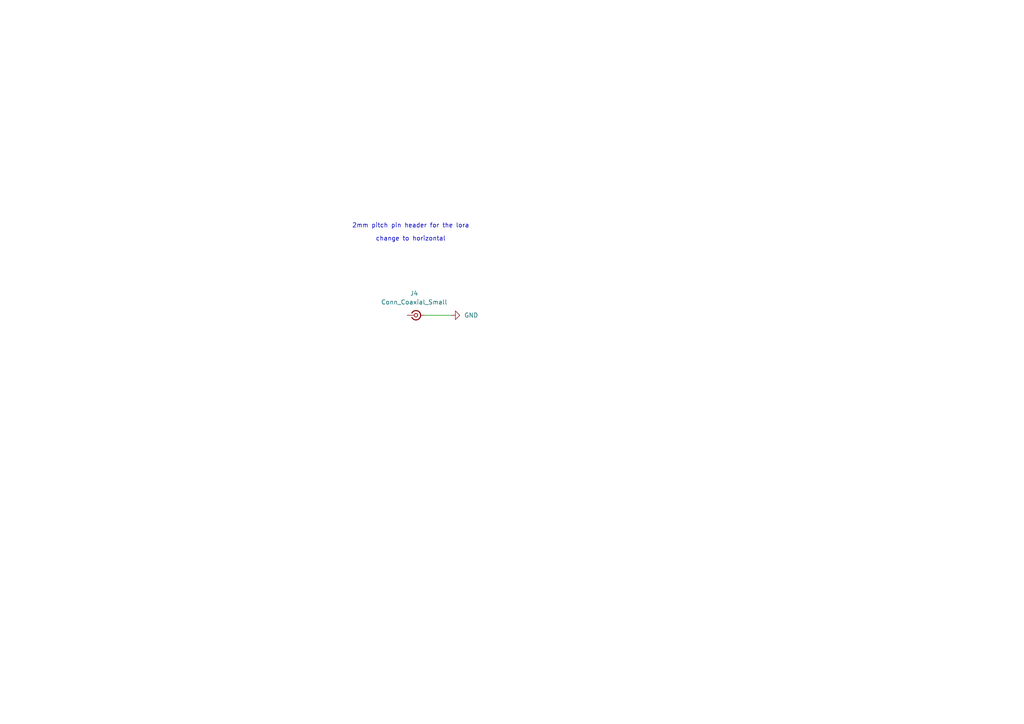
<source format=kicad_sch>
(kicad_sch (version 20250114) (generator "eeschema") (generator_version "9.0")
  (paper "A4")
  (lib_symbols
    (symbol "Connector:Conn_Coaxial_Small" (pin_numbers (hide yes)) (pin_names (offset 1.016) (hide yes))
      (property "Reference" "J" (at 0.254 3.048 0))
      (property "Value" "Conn_Coaxial_Small" (at 0 -3.81 0))
      (symbol "Conn_Coaxial_Small_0_1"
        (polyline (pts (xy -2.54 0) (xy -0.508 0)))
        (circle (center 0 0) (radius 0.508) (stroke (width 0.2032)))
      )
      (symbol "Conn_Coaxial_Small_1_1"
        (arc (start 1.3484 0.0039) (mid 0.327 -1.308) (end -1.1916 -0.6311) (stroke (width 0.3048)))
        (arc (start -1.1916 0.6311) (mid 0.327 1.3081) (end 1.3484 -0.0039) (stroke (width 0.3048)))
        (pin passive line (at -2.54 0 0) (length 1.27) (name "In") (number "1"))
        (pin passive line (at 2.54 0 180) (length 1.27) (name "Ext") (number "2"))
      )
    )
    (symbol "power:GND" (power) (pin_numbers (hide yes)) (pin_names (offset 0) (hide yes))
      (property "Value" "GND" (at 0 -3.81 0))
      (symbol "GND_0_1"
        (polyline (pts (xy 0 0) (xy 0 -1.27) (xy 1.27 -1.27) (xy 0 -2.54) (xy -1.27 -1.27) (xy 0 -1.27)))
      )
      (symbol "GND_1_1"
        (pin power_in line (at 0 0 270) (length 0) (name "~") (number "1"))
      )
    )
  )
  (text "2mm pitch pin header for the lora\n" (at 119.126 65.532 0) (effects (font (size 1.27 1.27))))
  (text "change to horizontal\n" (at 119.126 69.342 0) (effects (font (size 1.27 1.27))))
  (wire (pts (xy 130.81 91.44) (xy 123.19 91.44)))
  (symbol (lib_id "power:GND") (at 130.81 91.44 90) (unit 1)
    (property "Reference" "#PWR014" (effects (hide yes)))
    (property "Value" "GND" (at 134.62 91.4399 90) (effects (justify right)))
    (property "Description" "Power symbol creates a global label with name \"GND\" , ground" (effects (hide yes)))
  )
  (symbol (lib_id "Connector:Conn_Coaxial_Small") (at 120.65 91.44 0) (unit 1)
    (property "Reference" "J4" (at 120.1304 85.09 0))
    (property "Value" "Conn_Coaxial_Small" (at 120.1304 87.63 0))
    (property "Footprint" "Connector_Coaxial:SMA_Amphenol_132291_Vertical" (effects (hide yes)))
    (property "Description" "small coaxial connector (BNC, SMA, SMB, SMC, Cinch/RCA, LEMO, ...)" (effects (hide yes)))
  )
)
</source>
